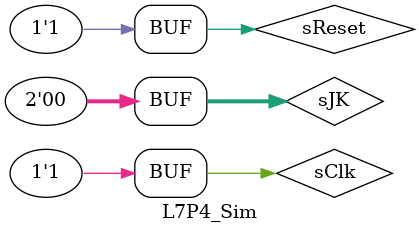
<source format=sv>
`timescale 1ns / 1ps


module L7P4_Sim(
    );
    
    logic [1:0] sJK;
    logic sClk, sReset, sQ;
    
    L7P4_FF UUT (.Clk(sClk), .Reset(sReset), .JK(sJK), .Q(sQ));
    
    initial begin
        sClk = 'b1;
        sReset = 'b0;
        sJK = 2'b10;
        #10;
        
        sClk = 'b0;
        sReset = 'b0;
        sJK = 2'b01;
        #10;
        
        sClk = 'b1;
        sReset = 'b0;
        sJK = 2'b01;
        #10;
        
        sClk = 'b0;
        sReset = 'b0;
        sJK = 2'b11;
        #10;
        
        sClk = 'b1;
        sReset = 'b0;
        sJK = 2'b11;
        #10;
        
        sClk = 'b0;
        sReset = 'b0;
        sJK = 2'b00;
        #10;
        
        sClk = 'b1;
        sReset = 'b0;
        sJK = 2'b00;
        #10;
        
        sClk = 'b0;
        sReset = 'b1;
        sJK = 2'b00;
        #10;
        
        sClk = 'b1;
        sReset = 'b1;
        sJK = 2'b00;
        #10;
        
    end
endmodule

</source>
